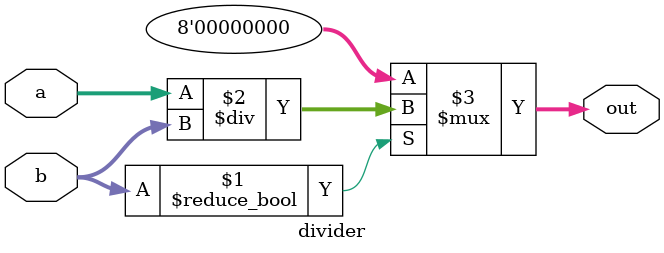
<source format=v>
`default_nettype none
`timescale 1ns/1ps
module divider(
    input[7:0] a,
    input[7:0] b,
    output[7:0] out
    );

    // Implementing simple division, quotient only
    // For division by zero, output is zero
    assign out = (b != 0) ? a / b : 8'b0;

endmodule

</source>
